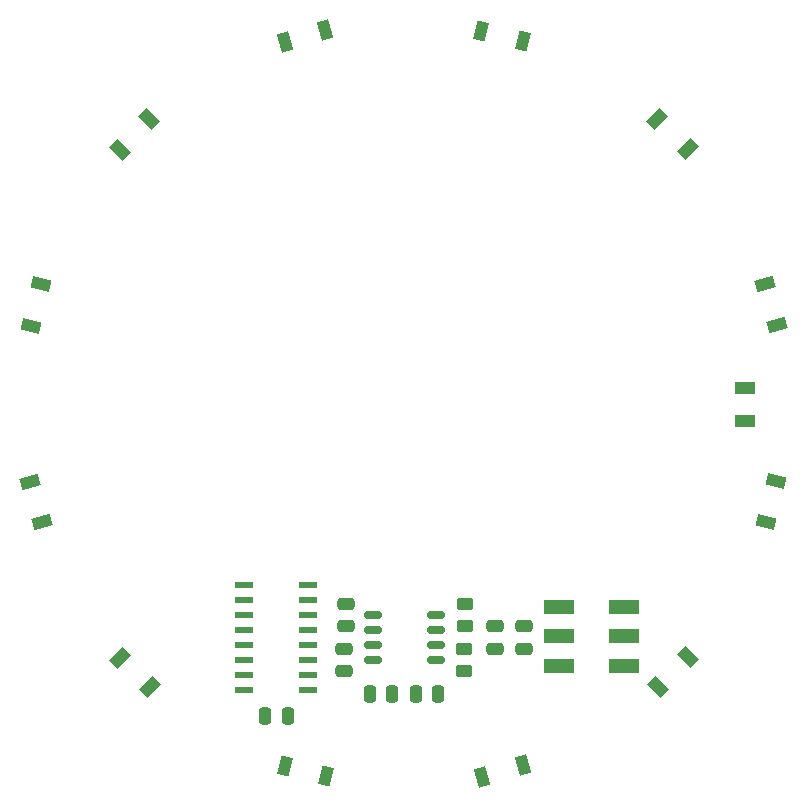
<source format=gbr>
%TF.GenerationSoftware,KiCad,Pcbnew,7.0.7*%
%TF.CreationDate,2023-10-30T19:21:24-07:00*%
%TF.ProjectId,CodeStackOrnament2023,436f6465-5374-4616-936b-4f726e616d65,rev?*%
%TF.SameCoordinates,Original*%
%TF.FileFunction,Paste,Top*%
%TF.FilePolarity,Positive*%
%FSLAX46Y46*%
G04 Gerber Fmt 4.6, Leading zero omitted, Abs format (unit mm)*
G04 Created by KiCad (PCBNEW 7.0.7) date 2023-10-30 19:21:24*
%MOMM*%
%LPD*%
G01*
G04 APERTURE LIST*
G04 Aperture macros list*
%AMRoundRect*
0 Rectangle with rounded corners*
0 $1 Rounding radius*
0 $2 $3 $4 $5 $6 $7 $8 $9 X,Y pos of 4 corners*
0 Add a 4 corners polygon primitive as box body*
4,1,4,$2,$3,$4,$5,$6,$7,$8,$9,$2,$3,0*
0 Add four circle primitives for the rounded corners*
1,1,$1+$1,$2,$3*
1,1,$1+$1,$4,$5*
1,1,$1+$1,$6,$7*
1,1,$1+$1,$8,$9*
0 Add four rect primitives between the rounded corners*
20,1,$1+$1,$2,$3,$4,$5,0*
20,1,$1+$1,$4,$5,$6,$7,0*
20,1,$1+$1,$6,$7,$8,$9,0*
20,1,$1+$1,$8,$9,$2,$3,0*%
%AMRotRect*
0 Rectangle, with rotation*
0 The origin of the aperture is its center*
0 $1 length*
0 $2 width*
0 $3 Rotation angle, in degrees counterclockwise*
0 Add horizontal line*
21,1,$1,$2,0,0,$3*%
G04 Aperture macros list end*
%ADD10RoundRect,0.250000X0.475000X-0.250000X0.475000X0.250000X-0.475000X0.250000X-0.475000X-0.250000X0*%
%ADD11RoundRect,0.250000X-0.450000X0.262500X-0.450000X-0.262500X0.450000X-0.262500X0.450000X0.262500X0*%
%ADD12RotRect,1.000000X1.600000X106.000000*%
%ADD13RoundRect,0.250000X-0.250000X-0.475000X0.250000X-0.475000X0.250000X0.475000X-0.250000X0.475000X0*%
%ADD14RotRect,1.000000X1.600000X346.000000*%
%ADD15RoundRect,0.250000X0.250000X0.475000X-0.250000X0.475000X-0.250000X-0.475000X0.250000X-0.475000X0*%
%ADD16RotRect,1.000000X1.600000X166.000000*%
%ADD17R,1.500000X0.550000*%
%ADD18RotRect,1.000000X1.600000X226.000000*%
%ADD19RotRect,1.000000X1.600000X286.000000*%
%ADD20RotRect,1.000000X1.600000X256.000000*%
%ADD21RoundRect,0.250000X-0.475000X0.250000X-0.475000X-0.250000X0.475000X-0.250000X0.475000X0.250000X0*%
%ADD22RotRect,1.000000X1.600000X136.000000*%
%ADD23RoundRect,0.150000X-0.625000X-0.150000X0.625000X-0.150000X0.625000X0.150000X-0.625000X0.150000X0*%
%ADD24R,1.800000X1.000000*%
%ADD25RotRect,1.000000X1.600000X316.000000*%
%ADD26RotRect,1.000000X1.600000X46.000000*%
%ADD27RotRect,1.000000X1.600000X76.000000*%
%ADD28RotRect,1.000000X1.600000X16.000000*%
%ADD29RotRect,1.000000X1.600000X196.000000*%
%ADD30R,2.500000X1.200000*%
G04 APERTURE END LIST*
D10*
%TO.C,C1*%
X145100000Y-123450000D03*
X145100000Y-121550000D03*
%TD*%
D11*
%TO.C,R2*%
X155170000Y-125387500D03*
X155170000Y-127212500D03*
%TD*%
D12*
%TO.C,D3*%
X181632094Y-97954558D03*
X180639800Y-94494016D03*
%TD*%
D13*
%TO.C,C5*%
X138320000Y-131050000D03*
X140220000Y-131050000D03*
%TD*%
%TO.C,C3*%
X147150000Y-129200000D03*
X149050000Y-129200000D03*
%TD*%
D14*
%TO.C,D7*%
X139958662Y-135267327D03*
X143451726Y-136138245D03*
%TD*%
D15*
%TO.C,C4*%
X152950000Y-129200000D03*
X151050000Y-129200000D03*
%TD*%
D11*
%TO.C,R1*%
X155200000Y-121587500D03*
X155200000Y-123412500D03*
%TD*%
D16*
%TO.C,D1*%
X160089556Y-73894390D03*
X156596492Y-73023472D03*
%TD*%
D17*
%TO.C,U2*%
X141900000Y-128821152D03*
X141900000Y-127551152D03*
X141900000Y-126281152D03*
X141900000Y-125011152D03*
X141900000Y-123741152D03*
X141900000Y-122471152D03*
X141900000Y-121201152D03*
X141900000Y-119931152D03*
X136500000Y-119931152D03*
X136500000Y-121201152D03*
X136500000Y-122471152D03*
X136500000Y-123741152D03*
X136500000Y-125011152D03*
X136500000Y-126281152D03*
X136500000Y-127551152D03*
X136500000Y-128821152D03*
%TD*%
D18*
%TO.C,D11*%
X128481573Y-80520692D03*
X125980803Y-83110316D03*
%TD*%
D19*
%TO.C,D9*%
X118416125Y-111207161D03*
X119408419Y-114667703D03*
%TD*%
D10*
%TO.C,C2*%
X145000000Y-127250000D03*
X145000000Y-125350000D03*
%TD*%
D20*
%TO.C,D10*%
X119337642Y-94515412D03*
X118466724Y-98008476D03*
%TD*%
D21*
%TO.C,C7*%
X157740000Y-123450000D03*
X157740000Y-125350000D03*
%TD*%
D22*
%TO.C,D2*%
X174084276Y-83038321D03*
X171494652Y-80537551D03*
%TD*%
D23*
%TO.C,U1*%
X147400000Y-122490000D03*
X147400000Y-123760000D03*
X147400000Y-125030000D03*
X147400000Y-126300000D03*
X152800000Y-126300000D03*
X152800000Y-125030000D03*
X152800000Y-123760000D03*
X152800000Y-122490000D03*
%TD*%
D24*
%TO.C,F1*%
X178930000Y-106083605D03*
X178930000Y-103283605D03*
%TD*%
D25*
%TO.C,D8*%
X125963943Y-126123395D03*
X128553567Y-128624165D03*
%TD*%
D26*
%TO.C,D5*%
X171566645Y-128641027D03*
X174067415Y-126051403D03*
%TD*%
D21*
%TO.C,C6*%
X160200000Y-123450000D03*
X160200000Y-125350000D03*
%TD*%
D27*
%TO.C,D4*%
X180710576Y-114646304D03*
X181581494Y-111153240D03*
%TD*%
D28*
%TO.C,D6*%
X156650411Y-136188841D03*
X160110953Y-135196547D03*
%TD*%
D29*
%TO.C,D12*%
X143397808Y-72972877D03*
X139937266Y-73965171D03*
%TD*%
D30*
%TO.C,SW1*%
X168680000Y-126790000D03*
X168680000Y-124290000D03*
X168680000Y-121790000D03*
X163180000Y-126790000D03*
X163180000Y-124290000D03*
X163180000Y-121790000D03*
%TD*%
M02*

</source>
